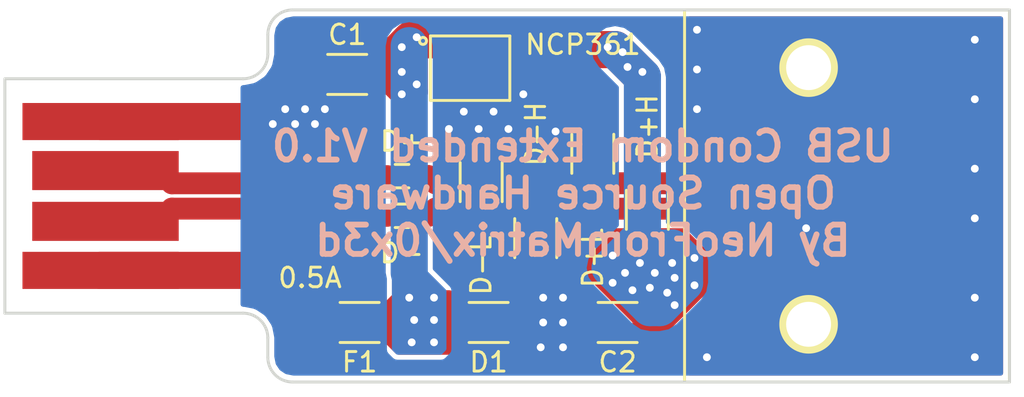
<source format=kicad_pcb>
(kicad_pcb (version 4) (host pcbnew 4.0.1-2.fc23-product)

  (general
    (links 27)
    (no_connects 6)
    (area 124.6926 105.156 177.292001 125.476001)
    (thickness 1.6)
    (drawings 13)
    (tracks 171)
    (zones 0)
    (modules 13)
    (nets 9)
  )

  (page A4)
  (layers
    (0 F.Cu signal)
    (31 B.Cu signal)
    (32 B.Adhes user)
    (33 F.Adhes user)
    (34 B.Paste user)
    (35 F.Paste user)
    (36 B.SilkS user hide)
    (37 F.SilkS user)
    (38 B.Mask user)
    (39 F.Mask user)
    (40 Dwgs.User user)
    (41 Cmts.User user)
    (42 Eco1.User user)
    (43 Eco2.User user)
    (44 Edge.Cuts user)
    (45 Margin user)
    (46 B.CrtYd user)
    (47 F.CrtYd user)
    (48 B.Fab user)
    (49 F.Fab user)
  )

  (setup
    (last_trace_width 0.3556)
    (user_trace_width 1.12)
    (user_trace_width 1.9)
    (trace_clearance 0.1524)
    (zone_clearance 0.254)
    (zone_45_only no)
    (trace_min 0.1524)
    (segment_width 0.2)
    (edge_width 0.15)
    (via_size 0.6)
    (via_drill 0.4)
    (via_min_size 0.3302)
    (via_min_drill 0.3302)
    (uvia_size 0.3)
    (uvia_drill 0.1)
    (uvias_allowed no)
    (uvia_min_size 0)
    (uvia_min_drill 0)
    (pcb_text_width 0.3)
    (pcb_text_size 1.5 1.5)
    (mod_edge_width 0.15)
    (mod_text_size 1 1)
    (mod_text_width 0.15)
    (pad_size 3 3)
    (pad_drill 2.3)
    (pad_to_mask_clearance 0.2)
    (aux_axis_origin 0 0)
    (visible_elements FFFFFF7F)
    (pcbplotparams
      (layerselection 0x010f0_80000001)
      (usegerberextensions false)
      (excludeedgelayer true)
      (linewidth 0.100000)
      (plotframeref false)
      (viasonmask false)
      (mode 1)
      (useauxorigin false)
      (hpglpennumber 1)
      (hpglpenspeed 20)
      (hpglpendiameter 15)
      (hpglpenoverlay 2)
      (psnegative false)
      (psa4output false)
      (plotreference true)
      (plotvalue true)
      (plotinvisibletext false)
      (padsonsilk false)
      (subtractmaskfromsilk false)
      (outputformat 1)
      (mirror false)
      (drillshape 0)
      (scaleselection 1)
      (outputdirectory gerber/))
  )

  (net 0 "")
  (net 1 VBUS_in)
  (net 2 GND)
  (net 3 VBUS_out)
  (net 4 "Net-(F1-Pad2)")
  (net 5 D_pre+)
  (net 6 D_out+)
  (net 7 D_pre-)
  (net 8 D_out-)

  (net_class Default "This is the default net class."
    (clearance 0.1524)
    (trace_width 0.3556)
    (via_dia 0.6)
    (via_drill 0.4)
    (uvia_dia 0.3)
    (uvia_drill 0.1)
    (add_net D_out+)
    (add_net D_out-)
    (add_net D_pre+)
    (add_net D_pre-)
    (add_net GND)
    (add_net "Net-(F1-Pad2)")
    (add_net VBUS_in)
    (add_net VBUS_out)
  )

  (module lib:ncp361_tsop5 (layer F.Cu) (tedit 56951DBA) (tstamp 5693F598)
    (at 148.914 108.646 270)
    (path /5693BCE7)
    (fp_text reference NCP361 (at -1.204 -5.772 360) (layer F.SilkS)
      (effects (font (size 1 1) (thickness 0.15)))
    )
    (fp_text value NCP361 (at -0.95 -5.518 360) (layer F.Fab) hide
      (effects (font (size 1 1) (thickness 0.15)))
    )
    (fp_circle (center -1.397 2.413) (end -1.27 2.286) (layer F.SilkS) (width 0.15))
    (fp_line (start -1.651 2.032) (end 1.651 2.032) (layer F.SilkS) (width 0.15))
    (fp_line (start 1.651 2.032) (end 1.651 -2.032) (layer F.SilkS) (width 0.15))
    (fp_line (start 1.651 -2.032) (end -1.651 -2.032) (layer F.SilkS) (width 0.15))
    (fp_line (start -1.651 -2.032) (end -1.651 2.032) (layer F.SilkS) (width 0.15))
    (pad 1 smd rect (at -0.95 1.2 270) (size 0.7 1) (layers F.Cu F.Paste F.Mask)
      (net 1 VBUS_in))
    (pad 2 smd rect (at 0 1.2 270) (size 0.7 1) (layers F.Cu F.Paste F.Mask)
      (net 2 GND))
    (pad 3 smd rect (at 0.95 1.2 270) (size 0.7 1) (layers F.Cu F.Paste F.Mask)
      (net 2 GND))
    (pad 4 smd rect (at 0.95 -1.2 270) (size 0.7 1) (layers F.Cu F.Paste F.Mask)
      (net 2 GND))
    (pad 5 smd rect (at -0.95 -1.2 270) (size 0.7 1) (layers F.Cu F.Paste F.Mask)
      (net 3 VBUS_out))
  )

  (module lib:usb_pcb_in (layer F.Cu) (tedit 568C5812) (tstamp 5693BC07)
    (at 125.095 115.189 270)
    (path /568BDFCC)
    (attr virtual)
    (fp_text reference USB_in1 (at 0.13 -7.85 270) (layer F.SilkS) hide
      (effects (font (size 1.5 1.5) (thickness 0.15)))
    )
    (fp_text value usb_connector (at 0.29 -10.13 270) (layer F.SilkS) hide
      (effects (font (size 1.5 1.5) (thickness 0.15)))
    )
    (fp_line (start 6.03 0) (end 6.03 -12) (layer Dwgs.User) (width 0.15))
    (fp_line (start 6.03 0) (end -6.03 0) (layer Dwgs.User) (width 0.15))
    (fp_line (start -6.03 0) (end -6.03 -12) (layer Dwgs.User) (width 0.15))
    (pad 1 connect rect (at 3.81 -4.9 270) (size 1.9 8) (layers F.Cu F.Mask)
      (net 4 "Net-(F1-Pad2)"))
    (pad 4 connect rect (at -3.81 -4.9 270) (size 1.9 8) (layers F.Cu F.Mask)
      (net 2 GND))
    (pad 3 connect rect (at -1.3 -5.15 270) (size 2 7.5) (layers F.Cu F.Mask)
      (net 5 D_pre+))
    (pad 2 connect rect (at 1.3 -5.15 270) (size 2 7.5) (layers F.Cu F.Mask)
      (net 7 D_pre-))
  )

  (module Capacitors_SMD:C_1206 (layer F.Cu) (tedit 56951A0D) (tstamp 5693BBC6)
    (at 142.621 108.966 180)
    (descr "Capacitor SMD 1206, reflow soldering, AVX (see smccp.pdf)")
    (tags "capacitor 1206")
    (path /568BFF9A)
    (attr smd)
    (fp_text reference C1 (at 0 2.032 180) (layer F.SilkS)
      (effects (font (size 1 1) (thickness 0.15)))
    )
    (fp_text value 1µF,25V,x5r (at 0 2.3 180) (layer F.Fab) hide
      (effects (font (size 1 1) (thickness 0.15)))
    )
    (fp_line (start -2.3 -1.15) (end 2.3 -1.15) (layer F.CrtYd) (width 0.05))
    (fp_line (start -2.3 1.15) (end 2.3 1.15) (layer F.CrtYd) (width 0.05))
    (fp_line (start -2.3 -1.15) (end -2.3 1.15) (layer F.CrtYd) (width 0.05))
    (fp_line (start 2.3 -1.15) (end 2.3 1.15) (layer F.CrtYd) (width 0.05))
    (fp_line (start 1 -1.025) (end -1 -1.025) (layer F.SilkS) (width 0.15))
    (fp_line (start -1 1.025) (end 1 1.025) (layer F.SilkS) (width 0.15))
    (pad 1 smd rect (at -1.5 0 180) (size 1 1.6) (layers F.Cu F.Paste F.Mask)
      (net 1 VBUS_in))
    (pad 2 smd rect (at 1.5 0 180) (size 1 1.6) (layers F.Cu F.Paste F.Mask)
      (net 2 GND))
    (model Capacitors_SMD.3dshapes/C_1206.wrl
      (at (xyz 0 0 0))
      (scale (xyz 1 1 1))
      (rotate (xyz 0 0 0))
    )
  )

  (module Capacitors_SMD:C_1206 (layer F.Cu) (tedit 56951A09) (tstamp 5693BBCC)
    (at 156.464 121.666 180)
    (descr "Capacitor SMD 1206, reflow soldering, AVX (see smccp.pdf)")
    (tags "capacitor 1206")
    (path /568BFDDA)
    (attr smd)
    (fp_text reference C2 (at 0 -2.032 180) (layer F.SilkS)
      (effects (font (size 1 1) (thickness 0.15)))
    )
    (fp_text value 1µF,25V,x5r (at 0 2.3 180) (layer F.Fab) hide
      (effects (font (size 1 1) (thickness 0.15)))
    )
    (fp_line (start -2.3 -1.15) (end 2.3 -1.15) (layer F.CrtYd) (width 0.05))
    (fp_line (start -2.3 1.15) (end 2.3 1.15) (layer F.CrtYd) (width 0.05))
    (fp_line (start -2.3 -1.15) (end -2.3 1.15) (layer F.CrtYd) (width 0.05))
    (fp_line (start 2.3 -1.15) (end 2.3 1.15) (layer F.CrtYd) (width 0.05))
    (fp_line (start 1 -1.025) (end -1 -1.025) (layer F.SilkS) (width 0.15))
    (fp_line (start -1 1.025) (end 1 1.025) (layer F.SilkS) (width 0.15))
    (pad 1 smd rect (at -1.5 0 180) (size 1 1.6) (layers F.Cu F.Paste F.Mask)
      (net 3 VBUS_out))
    (pad 2 smd rect (at 1.5 0 180) (size 1 1.6) (layers F.Cu F.Paste F.Mask)
      (net 2 GND))
    (model Capacitors_SMD.3dshapes/C_1206.wrl
      (at (xyz 0 0 0))
      (scale (xyz 1 1 1))
      (rotate (xyz 0 0 0))
    )
  )

  (module Capacitors_SMD:C_1206 (layer F.Cu) (tedit 56951A15) (tstamp 5693BBD2)
    (at 149.86 121.666)
    (descr "Capacitor SMD 1206, reflow soldering, AVX (see smccp.pdf)")
    (tags "capacitor 1206")
    (path /568C0B74)
    (attr smd)
    (fp_text reference D1 (at 0 2.032 180) (layer F.SilkS)
      (effects (font (size 1 1) (thickness 0.15)))
    )
    (fp_text value D (at 0 2.3) (layer F.Fab) hide
      (effects (font (size 1 1) (thickness 0.15)))
    )
    (fp_line (start -2.3 -1.15) (end 2.3 -1.15) (layer F.CrtYd) (width 0.05))
    (fp_line (start -2.3 1.15) (end 2.3 1.15) (layer F.CrtYd) (width 0.05))
    (fp_line (start -2.3 -1.15) (end -2.3 1.15) (layer F.CrtYd) (width 0.05))
    (fp_line (start 2.3 -1.15) (end 2.3 1.15) (layer F.CrtYd) (width 0.05))
    (fp_line (start 1 -1.025) (end -1 -1.025) (layer F.SilkS) (width 0.15))
    (fp_line (start -1 1.025) (end 1 1.025) (layer F.SilkS) (width 0.15))
    (pad 1 smd rect (at -1.5 0) (size 1 1.6) (layers F.Cu F.Paste F.Mask)
      (net 1 VBUS_in))
    (pad 2 smd rect (at 1.5 0) (size 1 1.6) (layers F.Cu F.Paste F.Mask)
      (net 2 GND))
    (model Capacitors_SMD.3dshapes/C_1206.wrl
      (at (xyz 0 0 0))
      (scale (xyz 1 1 1))
      (rotate (xyz 0 0 0))
    )
  )

  (module Capacitors_SMD:C_1206 (layer F.Cu) (tedit 56951D17) (tstamp 5693BBD8)
    (at 143.256 121.666 180)
    (descr "Capacitor SMD 1206, reflow soldering, AVX (see smccp.pdf)")
    (tags "capacitor 1206")
    (path /568BF8E7)
    (attr smd)
    (fp_text reference F1 (at 0 -2.032 180) (layer F.SilkS)
      (effects (font (size 1 1) (thickness 0.15)))
    )
    (fp_text value 0.5A (at 2.54 2.286 180) (layer F.SilkS)
      (effects (font (size 1 1) (thickness 0.15)))
    )
    (fp_line (start -2.3 -1.15) (end 2.3 -1.15) (layer F.CrtYd) (width 0.05))
    (fp_line (start -2.3 1.15) (end 2.3 1.15) (layer F.CrtYd) (width 0.05))
    (fp_line (start -2.3 -1.15) (end -2.3 1.15) (layer F.CrtYd) (width 0.05))
    (fp_line (start 2.3 -1.15) (end 2.3 1.15) (layer F.CrtYd) (width 0.05))
    (fp_line (start 1 -1.025) (end -1 -1.025) (layer F.SilkS) (width 0.15))
    (fp_line (start -1 1.025) (end 1 1.025) (layer F.SilkS) (width 0.15))
    (pad 1 smd rect (at -1.5 0 180) (size 1 1.6) (layers F.Cu F.Paste F.Mask)
      (net 1 VBUS_in))
    (pad 2 smd rect (at 1.5 0 180) (size 1 1.6) (layers F.Cu F.Paste F.Mask)
      (net 4 "Net-(F1-Pad2)"))
    (model Capacitors_SMD.3dshapes/C_1206.wrl
      (at (xyz 0 0 0))
      (scale (xyz 1 1 1))
      (rotate (xyz 0 0 0))
    )
  )

  (module Capacitors_SMD:C_0603 (layer F.Cu) (tedit 56951BEA) (tstamp 5693BBDE)
    (at 145.427 114.173)
    (descr "Capacitor SMD 0603, reflow soldering, AVX (see smccp.pdf)")
    (tags "capacitor 0603")
    (path /568BE792)
    (attr smd)
    (fp_text reference D+ (at 0 -1.778) (layer F.SilkS)
      (effects (font (size 1 1) (thickness 0.15)))
    )
    (fp_text value Jumper_NC_Small (at 0 1.9) (layer F.Fab) hide
      (effects (font (size 1 1) (thickness 0.15)))
    )
    (fp_line (start -1.45 -0.75) (end 1.45 -0.75) (layer F.CrtYd) (width 0.05))
    (fp_line (start -1.45 0.75) (end 1.45 0.75) (layer F.CrtYd) (width 0.05))
    (fp_line (start -1.45 -0.75) (end -1.45 0.75) (layer F.CrtYd) (width 0.05))
    (fp_line (start 1.45 -0.75) (end 1.45 0.75) (layer F.CrtYd) (width 0.05))
    (fp_line (start -0.35 -0.6) (end 0.35 -0.6) (layer F.SilkS) (width 0.15))
    (fp_line (start 0.35 0.6) (end -0.35 0.6) (layer F.SilkS) (width 0.15))
    (pad 1 smd rect (at -0.75 0) (size 0.8 0.75) (layers F.Cu F.Paste F.Mask)
      (net 5 D_pre+))
    (pad 2 smd rect (at 0.75 0) (size 0.8 0.75) (layers F.Cu F.Paste F.Mask)
      (net 6 D_out+))
    (model Capacitors_SMD.3dshapes/C_0603.wrl
      (at (xyz 0 0 0))
      (scale (xyz 1 1 1))
      (rotate (xyz 0 0 0))
    )
  )

  (module Capacitors_SMD:C_0603 (layer F.Cu) (tedit 56951A7B) (tstamp 5693BBE4)
    (at 145.427 116.205)
    (descr "Capacitor SMD 0603, reflow soldering, AVX (see smccp.pdf)")
    (tags "capacitor 0603")
    (path /568BE71F)
    (attr smd)
    (fp_text reference D- (at -0.012 1.905) (layer F.SilkS)
      (effects (font (size 1 1) (thickness 0.15)))
    )
    (fp_text value Jumper_NC_Small (at 0 1.9) (layer F.Fab) hide
      (effects (font (size 1 1) (thickness 0.15)))
    )
    (fp_line (start -1.45 -0.75) (end 1.45 -0.75) (layer F.CrtYd) (width 0.05))
    (fp_line (start -1.45 0.75) (end 1.45 0.75) (layer F.CrtYd) (width 0.05))
    (fp_line (start -1.45 -0.75) (end -1.45 0.75) (layer F.CrtYd) (width 0.05))
    (fp_line (start 1.45 -0.75) (end 1.45 0.75) (layer F.CrtYd) (width 0.05))
    (fp_line (start -0.35 -0.6) (end 0.35 -0.6) (layer F.SilkS) (width 0.15))
    (fp_line (start 0.35 0.6) (end -0.35 0.6) (layer F.SilkS) (width 0.15))
    (pad 1 smd rect (at -0.75 0) (size 0.8 0.75) (layers F.Cu F.Paste F.Mask)
      (net 7 D_pre-))
    (pad 2 smd rect (at 0.75 0) (size 0.8 0.75) (layers F.Cu F.Paste F.Mask)
      (net 8 D_out-))
    (model Capacitors_SMD.3dshapes/C_0603.wrl
      (at (xyz 0 0 0))
      (scale (xyz 1 1 1))
      (rotate (xyz 0 0 0))
    )
  )

  (module Resistors_SMD:R_1206 (layer F.Cu) (tedit 56951AC5) (tstamp 5693BBEA)
    (at 157.988 115.898 90)
    (descr "Resistor SMD 1206, reflow soldering, Vishay (see dcrcw.pdf)")
    (tags "resistor 1206")
    (path /568BE590)
    (attr smd)
    (fp_text reference D+H (at 4.265 0 90) (layer F.SilkS)
      (effects (font (size 1 1) (thickness 0.15)))
    )
    (fp_text value R (at 0 2.3 90) (layer F.Fab) hide
      (effects (font (size 1 1) (thickness 0.15)))
    )
    (fp_line (start -2.2 -1.2) (end 2.2 -1.2) (layer F.CrtYd) (width 0.05))
    (fp_line (start -2.2 1.2) (end 2.2 1.2) (layer F.CrtYd) (width 0.05))
    (fp_line (start -2.2 -1.2) (end -2.2 1.2) (layer F.CrtYd) (width 0.05))
    (fp_line (start 2.2 -1.2) (end 2.2 1.2) (layer F.CrtYd) (width 0.05))
    (fp_line (start 1 1.075) (end -1 1.075) (layer F.SilkS) (width 0.15))
    (fp_line (start -1 -1.075) (end 1 -1.075) (layer F.SilkS) (width 0.15))
    (pad 1 smd rect (at -1.45 0 90) (size 0.9 1.7) (layers F.Cu F.Paste F.Mask)
      (net 3 VBUS_out))
    (pad 2 smd rect (at 1.45 0 90) (size 0.9 1.7) (layers F.Cu F.Paste F.Mask)
      (net 6 D_out+))
    (model Resistors_SMD.3dshapes/R_1206.wrl
      (at (xyz 0 0 0))
      (scale (xyz 1 1 1))
      (rotate (xyz 0 0 0))
    )
  )

  (module Resistors_SMD:R_1206 (layer F.Cu) (tedit 56951ABC) (tstamp 5693BBF0)
    (at 155.194 113.03 90)
    (descr "Resistor SMD 1206, reflow soldering, Vishay (see dcrcw.pdf)")
    (tags "resistor 1206")
    (path /568BE626)
    (attr smd)
    (fp_text reference D+L (at -5.334 0 90) (layer F.SilkS)
      (effects (font (size 1 1) (thickness 0.15)))
    )
    (fp_text value R (at 0 2.3 90) (layer F.Fab) hide
      (effects (font (size 1 1) (thickness 0.15)))
    )
    (fp_line (start -2.2 -1.2) (end 2.2 -1.2) (layer F.CrtYd) (width 0.05))
    (fp_line (start -2.2 1.2) (end 2.2 1.2) (layer F.CrtYd) (width 0.05))
    (fp_line (start -2.2 -1.2) (end -2.2 1.2) (layer F.CrtYd) (width 0.05))
    (fp_line (start 2.2 -1.2) (end 2.2 1.2) (layer F.CrtYd) (width 0.05))
    (fp_line (start 1 1.075) (end -1 1.075) (layer F.SilkS) (width 0.15))
    (fp_line (start -1 -1.075) (end 1 -1.075) (layer F.SilkS) (width 0.15))
    (pad 1 smd rect (at -1.45 0 90) (size 0.9 1.7) (layers F.Cu F.Paste F.Mask)
      (net 6 D_out+))
    (pad 2 smd rect (at 1.45 0 90) (size 0.9 1.7) (layers F.Cu F.Paste F.Mask)
      (net 2 GND))
    (model Resistors_SMD.3dshapes/R_1206.wrl
      (at (xyz 0 0 0))
      (scale (xyz 1 1 1))
      (rotate (xyz 0 0 0))
    )
  )

  (module Resistors_SMD:R_1206 (layer F.Cu) (tedit 56951AB5) (tstamp 5693BBF6)
    (at 152.273 117.348 90)
    (descr "Resistor SMD 1206, reflow soldering, Vishay (see dcrcw.pdf)")
    (tags "resistor 1206")
    (path /568BE497)
    (attr smd)
    (fp_text reference D-H (at 5.334 0 90) (layer F.SilkS)
      (effects (font (size 1 1) (thickness 0.15)))
    )
    (fp_text value R (at 0 2.3 90) (layer F.Fab) hide
      (effects (font (size 1 1) (thickness 0.15)))
    )
    (fp_line (start -2.2 -1.2) (end 2.2 -1.2) (layer F.CrtYd) (width 0.05))
    (fp_line (start -2.2 1.2) (end 2.2 1.2) (layer F.CrtYd) (width 0.05))
    (fp_line (start -2.2 -1.2) (end -2.2 1.2) (layer F.CrtYd) (width 0.05))
    (fp_line (start 2.2 -1.2) (end 2.2 1.2) (layer F.CrtYd) (width 0.05))
    (fp_line (start 1 1.075) (end -1 1.075) (layer F.SilkS) (width 0.15))
    (fp_line (start -1 -1.075) (end 1 -1.075) (layer F.SilkS) (width 0.15))
    (pad 1 smd rect (at -1.45 0 90) (size 0.9 1.7) (layers F.Cu F.Paste F.Mask)
      (net 3 VBUS_out))
    (pad 2 smd rect (at 1.45 0 90) (size 0.9 1.7) (layers F.Cu F.Paste F.Mask)
      (net 8 D_out-))
    (model Resistors_SMD.3dshapes/R_1206.wrl
      (at (xyz 0 0 0))
      (scale (xyz 1 1 1))
      (rotate (xyz 0 0 0))
    )
  )

  (module Resistors_SMD:R_1206 (layer F.Cu) (tedit 5695705D) (tstamp 5693BBFC)
    (at 149.479 114.48 90)
    (descr "Resistor SMD 1206, reflow soldering, Vishay (see dcrcw.pdf)")
    (tags "resistor 1206")
    (path /568BE5E5)
    (attr smd)
    (fp_text reference D-L (at -4.265 0 90) (layer F.SilkS)
      (effects (font (size 1 1) (thickness 0.15)))
    )
    (fp_text value R (at 0 2.3 90) (layer F.Fab) hide
      (effects (font (size 1 1) (thickness 0.15)))
    )
    (fp_line (start -2.2 -1.2) (end 2.2 -1.2) (layer F.CrtYd) (width 0.05))
    (fp_line (start -2.2 1.2) (end 2.2 1.2) (layer F.CrtYd) (width 0.05))
    (fp_line (start -2.2 -1.2) (end -2.2 1.2) (layer F.CrtYd) (width 0.05))
    (fp_line (start 2.2 -1.2) (end 2.2 1.2) (layer F.CrtYd) (width 0.05))
    (fp_line (start 1 1.075) (end -1 1.075) (layer F.SilkS) (width 0.15))
    (fp_line (start -1 -1.075) (end 1 -1.075) (layer F.SilkS) (width 0.15))
    (pad 1 smd rect (at -1.45 0 90) (size 0.9 1.7) (layers F.Cu F.Paste F.Mask)
      (net 8 D_out-))
    (pad 2 smd rect (at 1.45 0 90) (size 0.9 1.7) (layers F.Cu F.Paste F.Mask)
      (net 2 GND))
    (model Resistors_SMD.3dshapes/R_1206.wrl
      (at (xyz 0 0 0))
      (scale (xyz 1 1 1))
      (rotate (xyz 0 0 0))
    )
  )

  (module lib:usb_smd_tht_combo (layer F.Cu) (tedit 56957066) (tstamp 569519E5)
    (at 166.243 115.189 90)
    (path /5693F8C2)
    (fp_text reference P1 (at 0 2.54 90) (layer F.SilkS) hide
      (effects (font (size 1 1) (thickness 0.15)))
    )
    (fp_text value USB_A (at 0 6.985 90) (layer F.Fab) hide
      (effects (font (size 1 1) (thickness 0.15)))
    )
    (fp_line (start -9.525 -6.35) (end -9.525 10.28) (layer F.SilkS) (width 0.15))
    (fp_line (start 9.525 -6.35) (end -9.525 -6.35) (layer F.SilkS) (width 0.15))
    (fp_line (start 9.525 10.28) (end 9.525 -6.35) (layer F.SilkS) (width 0.15))
    (fp_line (start -9.525 10.28) (end 9.525 10.28) (layer F.SilkS) (width 0.15))
    (pad 5 thru_hole circle (at -6.57 0 90) (size 3 3) (drill 2.3) (layers *.Cu *.Mask F.SilkS)
      (net 2 GND))
    (pad 6 thru_hole circle (at 6.57 0 90) (size 3 3) (drill 2.3) (layers *.Cu *.Mask F.SilkS)
      (net 2 GND))
    (pad 1 smd rect (at -3.5 -3.58 90) (size 1.12 2.88) (layers F.Cu F.Paste F.Mask)
      (net 3 VBUS_out))
    (pad 2 smd rect (at -1 -3.58 90) (size 1.12 2.88) (layers F.Cu F.Paste F.Mask)
      (net 8 D_out-))
    (pad 3 smd rect (at 1 -3.58 90) (size 1.12 2.88) (layers F.Cu F.Paste F.Mask)
      (net 6 D_out+))
    (pad 4 smd rect (at 3.5 -3.58 90) (size 1.12 2.88) (layers F.Cu F.Paste F.Mask)
      (net 2 GND))
  )

  (gr_text "USB Condom Extended V1.0\nOpen Source Hardware\nBy NeoFromMatrix/0x3d" (at 154.686 115.062) (layer B.SilkS)
    (effects (font (size 1.5 1.5) (thickness 0.3)) (justify mirror))
  )
  (gr_line (start 138.557 107.95) (end 138.557 106.934) (layer Edge.Cuts) (width 0.15))
  (gr_line (start 138.557 123.444) (end 138.557 122.428) (layer Edge.Cuts) (width 0.15))
  (gr_arc (start 137.287 122.459) (end 137.287 121.189) (angle 90) (layer Edge.Cuts) (width 0.15) (tstamp 56951A2D))
  (gr_arc (start 139.827 123.444) (end 139.827 124.714) (angle 90) (layer Edge.Cuts) (width 0.15) (tstamp 56951A2C))
  (gr_arc (start 137.287 107.919) (end 138.557 107.919) (angle 90) (layer Edge.Cuts) (width 0.15) (tstamp 56951A16))
  (gr_arc (start 139.827 106.934) (end 138.557 106.934) (angle 90) (layer Edge.Cuts) (width 0.15))
  (gr_line (start 176.53 105.664) (end 139.827 105.664) (layer Edge.Cuts) (width 0.15))
  (gr_line (start 176.53 124.714) (end 139.827 124.714) (layer Edge.Cuts) (width 0.15))
  (gr_line (start 176.53 105.664) (end 176.53 124.714) (layer Edge.Cuts) (width 0.15))
  (gr_line (start 125.095 109.22) (end 125.095 121.189) (layer Edge.Cuts) (width 0.15))
  (gr_line (start 125.095 121.189) (end 137.287 121.189) (layer Edge.Cuts) (width 0.15))
  (gr_line (start 137.287 109.189) (end 125.095 109.189) (layer Edge.Cuts) (width 0.15))

  (segment (start 145.923 122.682) (end 145.923 121.666) (width 0.3556) (layer F.Cu) (net 1))
  (segment (start 145.923 121.666) (end 146.05 121.539) (width 0.3556) (layer F.Cu) (net 1))
  (via (at 146.05 121.539) (size 0.6) (drill 0.4) (layers F.Cu B.Cu) (net 1))
  (segment (start 147.066 122.682) (end 145.923 122.682) (width 0.3556) (layer B.Cu) (net 1))
  (via (at 145.923 122.682) (size 0.6) (drill 0.4) (layers F.Cu B.Cu) (net 1))
  (segment (start 147.066 121.539) (end 147.066 122.682) (width 0.3556) (layer F.Cu) (net 1))
  (via (at 147.066 122.682) (size 0.6) (drill 0.4) (layers F.Cu B.Cu) (net 1))
  (segment (start 147.193 120.396) (end 147.193 121.412) (width 0.3556) (layer B.Cu) (net 1))
  (segment (start 147.193 121.412) (end 147.066 121.539) (width 0.3556) (layer B.Cu) (net 1))
  (via (at 147.066 121.539) (size 0.6) (drill 0.4) (layers F.Cu B.Cu) (net 1))
  (segment (start 145.796 120.396) (end 147.193 120.396) (width 0.3556) (layer F.Cu) (net 1))
  (via (at 147.066 120.396) (size 0.6) (drill 0.4) (layers F.Cu B.Cu) (net 1))
  (segment (start 145.796 119.126) (end 145.796 120.396) (width 0.3556) (layer B.Cu) (net 1))
  (via (at 145.796 120.396) (size 0.6) (drill 0.4) (layers F.Cu B.Cu) (net 1))
  (segment (start 145.796 109.855) (end 145.796 107.4928) (width 1.9) (layer B.Cu) (net 1))
  (via (at 145.415 109.982) (size 0.6) (drill 0.4) (layers F.Cu B.Cu) (net 1) (tstamp 56952A2F))
  (via (at 146.177 107.061) (size 0.6) (drill 0.4) (layers F.Cu B.Cu) (net 1) (tstamp 56952A0F))
  (via (at 145.415 107.569) (size 0.6) (drill 0.4) (layers F.Cu B.Cu) (net 1) (tstamp 56952A0E))
  (via (at 145.415 108.839) (size 0.6) (drill 0.4) (layers F.Cu B.Cu) (net 1) (tstamp 56952A0B))
  (segment (start 144.121 108.966) (end 144.907 108.966) (width 1.9) (layer F.Cu) (net 1))
  (segment (start 144.907 108.966) (end 145.796 109.855) (width 1.9) (layer F.Cu) (net 1))
  (segment (start 145.796 107.291) (end 145.796 109.855) (width 1.9) (layer F.Cu) (net 1))
  (segment (start 144.121 108.966) (end 145.893401 107.193599) (width 1.9) (layer F.Cu) (net 1))
  (segment (start 145.893401 107.193599) (end 146.332079 107.193599) (width 1.9) (layer F.Cu) (net 1))
  (segment (start 146.332079 107.193599) (end 147.714 107.193599) (width 1.9) (layer F.Cu) (net 1))
  (segment (start 145.796 119.126) (end 145.796 109.855) (width 1.9) (layer B.Cu) (net 1))
  (via (at 146.177 109.474) (size 0.6) (drill 0.4) (layers F.Cu B.Cu) (net 1))
  (segment (start 140.081 111.506) (end 140.081 110.998) (width 0.3556) (layer F.Cu) (net 2))
  (segment (start 140.081 110.998) (end 140.462 110.617) (width 0.3556) (layer F.Cu) (net 2) (tstamp 56956F88))
  (via (at 140.462 110.744) (size 0.6) (drill 0.4) (layers F.Cu B.Cu) (net 2))
  (segment (start 140.462 110.617) (end 139.319 110.617) (width 0.3556) (layer B.Cu) (net 2) (tstamp 56956F8A))
  (via (at 139.446 110.744) (size 0.6) (drill 0.4) (layers F.Cu B.Cu) (net 2))
  (segment (start 139.319 110.617) (end 139.192 110.744) (width 0.3556) (layer F.Cu) (net 2) (tstamp 56956F8D))
  (segment (start 139.192 110.744) (end 139.192 111.506) (width 0.3556) (layer F.Cu) (net 2) (tstamp 56956F8E))
  (via (at 138.811 111.506) (size 0.6) (drill 0.4) (layers F.Cu B.Cu) (net 2))
  (segment (start 148.59 110.744) (end 147.828 111.506) (width 0.3556) (layer F.Cu) (net 2))
  (segment (start 147.828 111.506) (end 147.828 111.76) (width 0.3556) (layer F.Cu) (net 2))
  (via (at 147.828 111.76) (size 0.6) (drill 0.4) (layers F.Cu B.Cu) (net 2))
  (segment (start 149.479 111.633) (end 148.59 110.744) (width 0.3556) (layer B.Cu) (net 2))
  (via (at 148.59 110.871) (size 0.6) (drill 0.4) (layers F.Cu B.Cu) (net 2))
  (segment (start 149.86 110.744) (end 149.479 111.125) (width 0.3556) (layer F.Cu) (net 2))
  (segment (start 149.479 111.125) (end 149.479 111.633) (width 0.3556) (layer F.Cu) (net 2))
  (via (at 149.352 111.76) (size 0.6) (drill 0.4) (layers F.Cu B.Cu) (net 2))
  (segment (start 150.749 111.633) (end 149.86 110.744) (width 0.3556) (layer B.Cu) (net 2))
  (via (at 150.114 110.871) (size 0.6) (drill 0.4) (layers F.Cu B.Cu) (net 2))
  (segment (start 151.638 109.982) (end 151.638 110.744) (width 0.3556) (layer F.Cu) (net 2))
  (segment (start 151.638 110.744) (end 150.749 111.633) (width 0.3556) (layer F.Cu) (net 2))
  (via (at 150.876 111.76) (size 0.6) (drill 0.4) (layers F.Cu B.Cu) (net 2))
  (segment (start 153.416 111.887) (end 151.638 110.109) (width 0.3556) (layer B.Cu) (net 2))
  (segment (start 151.638 110.109) (end 151.638 109.982) (width 0.3556) (layer B.Cu) (net 2))
  (via (at 151.638 109.982) (size 0.6) (drill 0.4) (layers F.Cu B.Cu) (net 2))
  (segment (start 155.194 111.58) (end 153.723 111.58) (width 0.3556) (layer F.Cu) (net 2))
  (segment (start 153.723 111.58) (end 153.416 111.887) (width 0.3556) (layer F.Cu) (net 2))
  (via (at 153.289 111.887) (size 0.6) (drill 0.4) (layers F.Cu B.Cu) (net 2))
  (segment (start 141.097 111.506) (end 140.081 111.506) (width 0.3556) (layer F.Cu) (net 2))
  (via (at 139.954 111.506) (size 0.6) (drill 0.4) (layers F.Cu B.Cu) (net 2))
  (segment (start 141.478 110.744) (end 141.097 111.125) (width 0.3556) (layer B.Cu) (net 2))
  (segment (start 141.097 111.125) (end 141.097 111.506) (width 0.3556) (layer B.Cu) (net 2))
  (via (at 140.97 111.506) (size 0.6) (drill 0.4) (layers F.Cu B.Cu) (net 2))
  (segment (start 141.121 108.966) (end 141.121 110.387) (width 0.3556) (layer F.Cu) (net 2))
  (segment (start 141.121 110.387) (end 141.478 110.744) (width 0.3556) (layer F.Cu) (net 2))
  (via (at 141.478 110.744) (size 0.6) (drill 0.4) (layers F.Cu B.Cu) (net 2))
  (segment (start 129.995 111.379) (end 138.708 111.379) (width 1.9) (layer F.Cu) (net 2))
  (segment (start 138.708 111.379) (end 141.121 108.966) (width 1.9) (layer F.Cu) (net 2))
  (segment (start 141.121 108.966) (end 141.121 109.266) (width 0.3556) (layer F.Cu) (net 2))
  (segment (start 152.527 122.936) (end 153.67 122.936) (width 0.3556) (layer B.Cu) (net 2))
  (via (at 153.67 122.936) (size 0.6) (drill 0.4) (layers F.Cu B.Cu) (net 2))
  (segment (start 152.654 121.666) (end 152.654 122.809) (width 0.3556) (layer F.Cu) (net 2))
  (segment (start 152.654 122.809) (end 152.527 122.936) (width 0.3556) (layer F.Cu) (net 2))
  (via (at 152.527 122.936) (size 0.6) (drill 0.4) (layers F.Cu B.Cu) (net 2))
  (segment (start 153.67 121.666) (end 152.654 121.666) (width 0.3556) (layer B.Cu) (net 2))
  (via (at 152.654 121.666) (size 0.6) (drill 0.4) (layers F.Cu B.Cu) (net 2))
  (segment (start 153.67 120.396) (end 153.67 121.666) (width 0.3556) (layer F.Cu) (net 2))
  (via (at 153.67 121.666) (size 0.6) (drill 0.4) (layers F.Cu B.Cu) (net 2))
  (segment (start 153.67 120.396) (end 153.370001 120.695999) (width 0.3556) (layer B.Cu) (net 2))
  (segment (start 153.370001 120.695999) (end 153.370001 120.858001) (width 0.3556) (layer B.Cu) (net 2))
  (segment (start 152.654 120.396) (end 153.67 120.396) (width 0.3556) (layer F.Cu) (net 2))
  (via (at 153.67 120.396) (size 0.6) (drill 0.4) (layers F.Cu B.Cu) (net 2))
  (segment (start 161.036 123.444) (end 161.335999 123.144001) (width 0.3556) (layer F.Cu) (net 2))
  (segment (start 165.608 119.507) (end 161.671 123.444) (width 0.3556) (layer B.Cu) (net 2))
  (segment (start 161.671 123.444) (end 161.036 123.444) (width 0.3556) (layer B.Cu) (net 2))
  (via (at 161.036 123.444) (size 0.6) (drill 0.4) (layers F.Cu B.Cu) (net 2))
  (segment (start 165.608 117.772264) (end 165.608 119.507) (width 0.3556) (layer B.Cu) (net 2))
  (segment (start 166.116 116.84) (end 166.116 117.264264) (width 0.3556) (layer B.Cu) (net 2))
  (segment (start 166.116 117.264264) (end 165.608 117.772264) (width 0.3556) (layer B.Cu) (net 2))
  (segment (start 174.752 123.444) (end 172.72 123.444) (width 0.3556) (layer F.Cu) (net 2))
  (segment (start 172.72 123.444) (end 166.116 116.84) (width 0.3556) (layer F.Cu) (net 2))
  (via (at 166.116 116.84) (size 0.6) (drill 0.4) (layers F.Cu B.Cu) (net 2))
  (segment (start 174.752 120.396) (end 174.752 123.444) (width 0.3556) (layer B.Cu) (net 2))
  (via (at 174.752 123.444) (size 0.6) (drill 0.4) (layers F.Cu B.Cu) (net 2))
  (segment (start 174.752 116.332) (end 174.752 120.396) (width 0.3556) (layer F.Cu) (net 2))
  (via (at 174.752 120.396) (size 0.6) (drill 0.4) (layers F.Cu B.Cu) (net 2))
  (segment (start 174.752 113.792) (end 174.752 116.332) (width 0.3556) (layer B.Cu) (net 2))
  (via (at 174.752 116.332) (size 0.6) (drill 0.4) (layers F.Cu B.Cu) (net 2))
  (segment (start 174.752 110.236) (end 174.752 113.792) (width 0.3556) (layer F.Cu) (net 2))
  (via (at 174.752 113.792) (size 0.6) (drill 0.4) (layers F.Cu B.Cu) (net 2))
  (segment (start 174.752 107.188) (end 174.752 110.236) (width 0.3556) (layer B.Cu) (net 2))
  (via (at 174.752 110.236) (size 0.6) (drill 0.4) (layers F.Cu B.Cu) (net 2))
  (segment (start 164.431 106.553) (end 174.117 106.553) (width 0.3556) (layer F.Cu) (net 2))
  (segment (start 174.117 106.553) (end 174.752 107.188) (width 0.3556) (layer F.Cu) (net 2))
  (via (at 174.752 107.188) (size 0.6) (drill 0.4) (layers F.Cu B.Cu) (net 2))
  (segment (start 160.528 106.68) (end 164.304 106.68) (width 0.3556) (layer F.Cu) (net 2))
  (segment (start 164.304 106.68) (end 164.431 106.553) (width 0.3556) (layer F.Cu) (net 2))
  (segment (start 160.528 108.712) (end 160.528 106.68) (width 0.3556) (layer B.Cu) (net 2))
  (via (at 160.528 106.68) (size 0.6) (drill 0.4) (layers F.Cu B.Cu) (net 2))
  (segment (start 160.528 110.744) (end 160.528 108.712) (width 0.3556) (layer F.Cu) (net 2))
  (via (at 160.528 108.712) (size 0.6) (drill 0.4) (layers F.Cu B.Cu) (net 2))
  (segment (start 149.479 113.03) (end 148.717 113.03) (width 0.3556) (layer F.Cu) (net 2))
  (segment (start 151.36 121.666) (end 151.384 121.666) (width 0.3556) (layer F.Cu) (net 2))
  (segment (start 151.384 121.666) (end 152.654 120.396) (width 0.3556) (layer F.Cu) (net 2))
  (via (at 152.654 120.396) (size 0.6) (drill 0.4) (layers F.Cu B.Cu) (net 2))
  (segment (start 162.663 111.689) (end 161.473 111.689) (width 0.3556) (layer F.Cu) (net 2))
  (segment (start 161.473 111.689) (end 160.528 110.744) (width 0.3556) (layer F.Cu) (net 2))
  (via (at 160.528 110.744) (size 0.6) (drill 0.4) (layers F.Cu B.Cu) (net 2))
  (segment (start 154.964 121.666) (end 154.559 121.666) (width 0.3556) (layer F.Cu) (net 2))
  (via (at 158.369 119.126) (size 0.6) (drill 0.4) (layers F.Cu B.Cu) (net 3) (tstamp 569528C5))
  (via (at 159.004 120.142) (size 0.6) (drill 0.4) (layers F.Cu B.Cu) (net 3) (tstamp 569528C2))
  (via (at 159.385 120.777) (size 0.6) (drill 0.4) (layers F.Cu B.Cu) (net 3) (tstamp 569528BE))
  (via (at 157.226 120.015) (size 0.6) (drill 0.4) (layers F.Cu B.Cu) (net 3) (tstamp 5695288A))
  (via (at 157.607 118.618) (size 0.6) (drill 0.4) (layers F.Cu B.Cu) (net 3) (tstamp 56952885))
  (via (at 158.115 119.888) (size 0.6) (drill 0.4) (layers F.Cu B.Cu) (net 3) (tstamp 56952882))
  (via (at 159.258 118.618) (size 0.6) (drill 0.4) (layers F.Cu B.Cu) (net 3) (tstamp 56952880))
  (via (at 159.385 119.38) (size 0.6) (drill 0.4) (layers F.Cu B.Cu) (net 3) (tstamp 5695287B))
  (via (at 160.401 119.761) (size 0.6) (drill 0.4) (layers F.Cu B.Cu) (net 3) (tstamp 5695281A))
  (via (at 160.401 118.364) (size 0.6) (drill 0.4) (layers F.Cu B.Cu) (net 3) (tstamp 56952815))
  (via (at 156.21 119.634) (size 0.6) (drill 0.4) (layers F.Cu B.Cu) (net 3) (tstamp 56952811))
  (via (at 156.21 118.237) (size 0.6) (drill 0.4) (layers F.Cu B.Cu) (net 3) (tstamp 5695280D))
  (segment (start 159.512 118.491) (end 158.75 119.253) (width 1.9) (layer B.Cu) (net 3))
  (segment (start 159.893 118.491) (end 159.512 118.491) (width 1.9) (layer B.Cu) (net 3))
  (segment (start 157.734 117.475) (end 157.48 117.475) (width 1.9) (layer B.Cu) (net 3))
  (segment (start 157.48 117.475) (end 156.083 118.872) (width 1.9) (layer B.Cu) (net 3))
  (segment (start 157.734 109.093) (end 156.337 107.696) (width 1.9) (layer B.Cu) (net 3))
  (segment (start 156.083 118.872) (end 158.115 120.904) (width 1.9) (layer B.Cu) (net 3))
  (segment (start 158.115 120.904) (end 158.623 120.904) (width 1.9) (layer B.Cu) (net 3))
  (segment (start 157.734 117.856) (end 157.734 119.634) (width 1.9) (layer B.Cu) (net 3))
  (segment (start 158.623 120.904) (end 159.893 119.634) (width 1.9) (layer B.Cu) (net 3))
  (segment (start 159.893 118.491) (end 159.258 117.856) (width 1.9) (layer B.Cu) (net 3))
  (segment (start 159.258 117.856) (end 157.734 117.856) (width 1.9) (layer B.Cu) (net 3))
  (segment (start 157.734 109.093) (end 157.734 117.475) (width 1.9) (layer B.Cu) (net 3))
  (segment (start 159.893 119.634) (end 159.893 118.491) (width 1.9) (layer B.Cu) (net 3))
  (via (at 155.956 107.569) (size 0.6) (drill 0.4) (layers F.Cu B.Cu) (net 3) (tstamp 56952665))
  (via (at 156.718 107.823) (size 0.6) (drill 0.4) (layers F.Cu B.Cu) (net 3) (tstamp 5695264B))
  (via (at 156.972 108.585) (size 0.6) (drill 0.4) (layers F.Cu B.Cu) (net 3) (tstamp 569525D5))
  (via (at 157.734 108.839) (size 0.6) (drill 0.4) (layers F.Cu B.Cu) (net 3) (tstamp 569525D3))
  (via (at 156.845 119.126) (size 0.6) (drill 0.4) (layers F.Cu B.Cu) (net 3))
  (segment (start 149.987 107.696) (end 156.337 107.696) (width 1.9) (layer F.Cu) (net 3))
  (segment (start 156.337 107.696) (end 157.734 109.093) (width 1.9) (layer F.Cu) (net 3))
  (segment (start 129.995 118.999) (end 139.089 118.999) (width 1.9) (layer F.Cu) (net 4))
  (segment (start 139.089 118.999) (end 141.756 121.666) (width 1.9) (layer F.Cu) (net 4))
  (segment (start 133.6461 114.5401) (end 143.7099 114.5401) (width 1.12) (layer F.Cu) (net 5))
  (segment (start 143.7099 114.5401) (end 144.077 114.173) (width 1.12) (layer F.Cu) (net 5))
  (segment (start 144.077 114.173) (end 144.677 114.173) (width 1.12) (layer F.Cu) (net 5))
  (segment (start 130.245 113.889) (end 132.995 113.889) (width 1.12) (layer F.Cu) (net 5))
  (segment (start 132.995 113.889) (end 133.6461 114.5401) (width 1.12) (layer F.Cu) (net 5))
  (segment (start 162.663 114.189) (end 160.503 114.189) (width 1.12) (layer F.Cu) (net 6))
  (segment (start 160.503 114.189) (end 160.154091 114.537909) (width 1.12) (layer F.Cu) (net 6))
  (segment (start 160.154091 114.537909) (end 147.141909 114.537909) (width 1.12) (layer F.Cu) (net 6))
  (segment (start 147.141909 114.537909) (end 146.777 114.173) (width 1.12) (layer F.Cu) (net 6))
  (segment (start 146.177 114.173) (end 146.777 114.173) (width 1.12) (layer F.Cu) (net 6))
  (segment (start 146.777 114.173) (end 147.144101 114.540101) (width 1.12) (layer F.Cu) (net 6))
  (segment (start 133.6461 115.8379) (end 143.7099 115.8379) (width 1.12) (layer F.Cu) (net 7))
  (segment (start 143.7099 115.8379) (end 144.077 116.205) (width 1.12) (layer F.Cu) (net 7))
  (segment (start 144.077 116.205) (end 144.677 116.205) (width 1.12) (layer F.Cu) (net 7))
  (segment (start 130.245 116.489) (end 132.995 116.489) (width 1.12) (layer F.Cu) (net 7))
  (segment (start 132.995 116.489) (end 133.6461 115.8379) (width 1.12) (layer F.Cu) (net 7))
  (segment (start 160.154091 115.840091) (end 147.141909 115.840091) (width 1.12) (layer F.Cu) (net 8))
  (segment (start 160.503 116.189) (end 160.154091 115.840091) (width 1.12) (layer F.Cu) (net 8))
  (segment (start 162.663 116.189) (end 160.503 116.189) (width 1.12) (layer F.Cu) (net 8))
  (segment (start 147.141909 115.840091) (end 146.777 116.205) (width 1.12) (layer F.Cu) (net 8))
  (segment (start 146.177 116.205) (end 146.777 116.205) (width 1.12) (layer F.Cu) (net 8))
  (segment (start 146.777 116.205) (end 147.144101 115.837899) (width 1.12) (layer F.Cu) (net 8))

  (zone (net 2) (net_name GND) (layer F.Cu) (tstamp 0) (hatch edge 0.508)
    (connect_pads yes (clearance 0.254))
    (min_thickness 0.508)
    (fill yes (arc_segments 16) (thermal_gap 1.27) (thermal_bridge_width 1.27) (smoothing chamfer))
    (polygon
      (pts
        (xy 149.479 113.665) (xy 148.463 113.665) (xy 147.193 112.395) (xy 147.193 108.331) (xy 148.59 108.331)
        (xy 149.479 109.22) (xy 151.13 109.22) (xy 151.765 109.22) (xy 153.162 110.617) (xy 156.083 110.617)
        (xy 156.337 110.871) (xy 156.337 112.268) (xy 156.083 112.522) (xy 151.892 112.522) (xy 150.749 113.665)
      )
    )
    (filled_polygon
      (pts
        (xy 149.299395 109.399605) (xy 149.383422 109.455331) (xy 149.479 109.474) (xy 151.65979 109.474) (xy 152.982395 110.796605)
        (xy 153.066422 110.852331) (xy 153.162 110.871) (xy 155.97779 110.871) (xy 156.083 110.97621) (xy 156.083 112.16279)
        (xy 155.97779 112.268) (xy 151.892 112.268) (xy 151.79318 112.288012) (xy 151.712395 112.342395) (xy 150.64379 113.411)
        (xy 148.56821 113.411) (xy 147.447 112.28979) (xy 147.447 108.651599) (xy 147.714 108.651599) (xy 148.048814 108.585)
        (xy 148.48479 108.585)
      )
    )
  )
  (zone (net 1) (net_name VBUS_in) (layer F.Cu) (tstamp 0) (hatch edge 0.508)
    (connect_pads yes (clearance 0.254))
    (min_thickness 0.508)
    (fill yes (arc_segments 16) (thermal_gap 1.27) (thermal_bridge_width 1.27) (smoothing chamfer))
    (polygon
      (pts
        (xy 144.272 120.904) (xy 145.161 120.015) (xy 147.955 120.015) (xy 148.844 120.904) (xy 148.844 122.428)
        (xy 147.955 123.317) (xy 145.161 123.317) (xy 144.272 122.428) (xy 144.272 120.904)
      )
    )
    (filled_polygon
      (pts
        (xy 148.59 121.00921) (xy 148.59 122.32279) (xy 147.84979 123.063) (xy 145.26621 123.063) (xy 144.526 122.32279)
        (xy 144.526 121.00921) (xy 145.26621 120.269) (xy 147.84979 120.269)
      )
    )
  )
  (zone (net 2) (net_name GND) (layer F.Cu) (tstamp 5695244F) (hatch edge 0.508)
    (connect_pads yes (clearance 0.254))
    (min_thickness 0.508)
    (fill yes (arc_segments 16) (thermal_gap 1.27) (thermal_bridge_width 1.27) (smoothing chamfer))
    (polygon
      (pts
        (xy 155.448 120.904) (xy 155.448 122.428) (xy 154.559 123.317) (xy 151.765 123.317) (xy 150.876 122.428)
        (xy 150.876 120.904) (xy 151.765 120.015) (xy 154.559 120.015) (xy 155.448 120.904)
      )
    )
    (filled_polygon
      (pts
        (xy 155.194 121.00921) (xy 155.194 122.32279) (xy 154.45379 123.063) (xy 151.87021 123.063) (xy 151.13 122.32279)
        (xy 151.13 121.00921) (xy 151.87021 120.269) (xy 154.45379 120.269)
      )
    )
  )
  (zone (net 3) (net_name VBUS_out) (layer F.Cu) (tstamp 0) (hatch edge 0.508)
    (connect_pads yes (clearance 0.254))
    (min_thickness 0.508)
    (fill yes (arc_segments 16) (thermal_gap 1.27) (thermal_bridge_width 1.27) (smoothing chamfer))
    (polygon
      (pts
        (xy 158.623 122.555) (xy 161.798 119.38) (xy 164.084 119.38) (xy 164.211 119.253) (xy 164.211 118.237)
        (xy 164.211 118.11) (xy 164.084 117.983) (xy 161.798 117.983) (xy 161.036 117.983) (xy 159.893 116.84)
        (xy 156.21 116.84) (xy 154.813 118.237) (xy 151.384 118.237) (xy 151.257 118.364) (xy 151.257 119.253)
        (xy 151.384 119.38) (xy 154.94 119.38) (xy 157.226 121.666) (xy 157.226 122.555) (xy 157.353 122.682)
        (xy 158.496 122.682)
      )
    )
    (filled_polygon
      (pts
        (xy 160.856395 118.162605) (xy 160.940422 118.218331) (xy 161.036 118.237) (xy 163.957 118.237) (xy 163.957 119.126)
        (xy 161.798 119.126) (xy 161.69918 119.146012) (xy 161.618395 119.200395) (xy 158.39079 122.428) (xy 157.48 122.428)
        (xy 157.48 121.666) (xy 157.459988 121.56718) (xy 157.405605 121.486395) (xy 155.119605 119.200395) (xy 155.035578 119.144669)
        (xy 154.94 119.126) (xy 151.511 119.126) (xy 151.511 118.491) (xy 154.813 118.491) (xy 154.91182 118.470988)
        (xy 154.992605 118.416605) (xy 156.31521 117.094) (xy 159.78779 117.094)
      )
    )
  )
  (zone (net 2) (net_name GND) (layer F.Cu) (tstamp 0) (hatch edge 0.508)
    (connect_pads yes (clearance 0.254))
    (min_thickness 0.254)
    (fill yes (arc_segments 16) (thermal_gap 0.508) (thermal_bridge_width 0.508))
    (polygon
      (pts
        (xy 160.02 111.76) (xy 161.036 112.776) (xy 164.084 112.776) (xy 165.1 113.792) (xy 165.1 118.872)
        (xy 165.1 119.38) (xy 164.084 120.396) (xy 162.052 120.396) (xy 160.02 122.428) (xy 160.02 124.968)
        (xy 176.784 124.968) (xy 176.784 106.172) (xy 176.784 105.664) (xy 160.02 105.664)
      )
    )
    (filled_polygon
      (pts
        (xy 176.074 124.258) (xy 160.147 124.258) (xy 160.147 122.480606) (xy 162.104606 120.523) (xy 164.084 120.523)
        (xy 164.13341 120.512994) (xy 164.173803 120.485803) (xy 165.189803 119.469803) (xy 165.217666 119.427789) (xy 165.227 119.38)
        (xy 165.227 113.792) (xy 165.216994 113.74259) (xy 165.189803 113.702197) (xy 164.173803 112.686197) (xy 164.131789 112.658334)
        (xy 164.084 112.649) (xy 161.088606 112.649) (xy 160.147 111.707394) (xy 160.147 106.12) (xy 176.074 106.12)
      )
    )
  )
  (zone (net 2) (net_name GND) (layer B.Cu) (tstamp 0) (hatch edge 0.508)
    (connect_pads yes (clearance 0.254))
    (min_thickness 0.254)
    (fill yes (arc_segments 16) (thermal_gap 0.508) (thermal_bridge_width 0.508))
    (polygon
      (pts
        (xy 137.16 105.664) (xy 137.16 125.476) (xy 177.292 125.476) (xy 177.292 105.156) (xy 137.16 105.156)
      )
    )
    (filled_polygon
      (pts
        (xy 176.074 124.258) (xy 139.871911 124.258) (xy 139.518915 124.187785) (xy 139.257732 124.013268) (xy 139.083216 123.752086)
        (xy 139.013 123.399088) (xy 139.013 122.428) (xy 139.004238 122.38395) (xy 139.004238 122.370038) (xy 138.907565 121.884031)
        (xy 138.839477 121.719652) (xy 138.564176 121.307634) (xy 138.438365 121.181823) (xy 138.026348 120.906523) (xy 137.922925 120.863684)
        (xy 137.861969 120.838435) (xy 137.375961 120.741762) (xy 137.33105 120.741762) (xy 137.287 120.733) (xy 137.287 109.645)
        (xy 137.33105 109.636238) (xy 137.375961 109.636238) (xy 137.861969 109.539565) (xy 138.026348 109.471477) (xy 138.438365 109.196177)
        (xy 138.564176 109.070366) (xy 138.839477 108.658348) (xy 138.907565 108.493969) (xy 139.004238 108.007962) (xy 139.004238 107.99405)
        (xy 139.013 107.95) (xy 139.013 107.4928) (xy 144.465 107.4928) (xy 144.465 119.126) (xy 144.526 119.432669)
        (xy 144.526 123.063) (xy 144.554003 123.206367) (xy 144.637592 123.332408) (xy 144.891592 123.586408) (xy 145.01277 123.667983)
        (xy 145.161 123.698) (xy 147.447 123.698) (xy 147.590367 123.669997) (xy 147.716408 123.586408) (xy 147.970408 123.332408)
        (xy 148.051983 123.21123) (xy 148.082 123.063) (xy 148.082 120.015) (xy 148.053997 119.871633) (xy 147.970408 119.745592)
        (xy 147.127 118.902184) (xy 147.127 118.872) (xy 154.752 118.872) (xy 154.853316 119.381352) (xy 155.141841 119.813159)
        (xy 157.173841 121.845159) (xy 157.605648 122.133684) (xy 158.115 122.235) (xy 158.623 122.235) (xy 159.132352 122.133684)
        (xy 159.564159 121.845159) (xy 160.834159 120.575159) (xy 161.122684 120.143352) (xy 161.224 119.634) (xy 161.224 118.491)
        (xy 161.122684 117.981648) (xy 160.834159 117.549841) (xy 160.199159 116.914841) (xy 159.767352 116.626316) (xy 159.258 116.525)
        (xy 159.065 116.525) (xy 159.065 109.093) (xy 158.963684 108.583648) (xy 158.675159 108.151841) (xy 157.278159 106.754841)
        (xy 156.846352 106.466316) (xy 156.337 106.365) (xy 155.827648 106.466316) (xy 155.395841 106.754841) (xy 155.107316 107.186648)
        (xy 155.006 107.696) (xy 155.107316 108.205352) (xy 155.395841 108.637159) (xy 156.403 109.644318) (xy 156.403 116.669682)
        (xy 155.141841 117.930841) (xy 154.853316 118.362648) (xy 154.752 118.872) (xy 147.127 118.872) (xy 147.127 107.4928)
        (xy 147.025684 106.983448) (xy 146.737159 106.551641) (xy 146.305352 106.263116) (xy 145.796 106.1618) (xy 145.286648 106.263116)
        (xy 144.854841 106.551641) (xy 144.566316 106.983448) (xy 144.465 107.4928) (xy 139.013 107.4928) (xy 139.013 106.978912)
        (xy 139.083216 106.625914) (xy 139.257732 106.364732) (xy 139.518915 106.190215) (xy 139.871911 106.12) (xy 176.074 106.12)
      )
    )
  )
  (zone (net 1) (net_name VBUS_in) (layer B.Cu) (tstamp 0) (hatch edge 0.508)
    (priority 1)
    (connect_pads yes (clearance 0.254))
    (min_thickness 0.254)
    (fill yes (arc_segments 16) (thermal_gap 0.508) (thermal_bridge_width 0.508))
    (polygon
      (pts
        (xy 145.161 123.317) (xy 147.447 123.317) (xy 147.701 123.063) (xy 147.701 120.015) (xy 146.685 118.999)
        (xy 144.907 118.999) (xy 144.907 123.063)
      )
    )
    (filled_polygon
      (pts
        (xy 147.574 120.067606) (xy 147.574 123.010394) (xy 147.394394 123.19) (xy 145.213606 123.19) (xy 145.034 123.010394)
        (xy 145.034 119.126) (xy 146.632394 119.126)
      )
    )
  )
  (zone (net 2) (net_name GND) (layer F.Cu) (tstamp 0) (hatch edge 0.508)
    (priority 1)
    (connect_pads yes (clearance 0.254))
    (min_thickness 0.254)
    (fill yes (arc_segments 16) (thermal_gap 0.508) (thermal_bridge_width 0.508))
    (polygon
      (pts
        (xy 141.986 108.077) (xy 141.732 107.823) (xy 140.462 107.823) (xy 140.208 108.077) (xy 140.208 108.712)
        (xy 138.43 110.49) (xy 138.43 111.76) (xy 138.811 112.141) (xy 141.605 112.141) (xy 141.986 111.76)
      )
    )
    (filled_polygon
      (pts
        (xy 141.859 108.129606) (xy 141.859 111.707394) (xy 141.552394 112.014) (xy 138.863606 112.014) (xy 138.557 111.707394)
        (xy 138.557 110.542606) (xy 140.297803 108.801803) (xy 140.325666 108.759789) (xy 140.335 108.712) (xy 140.335 108.129606)
        (xy 140.514606 107.95) (xy 141.679394 107.95)
      )
    )
  )
)

</source>
